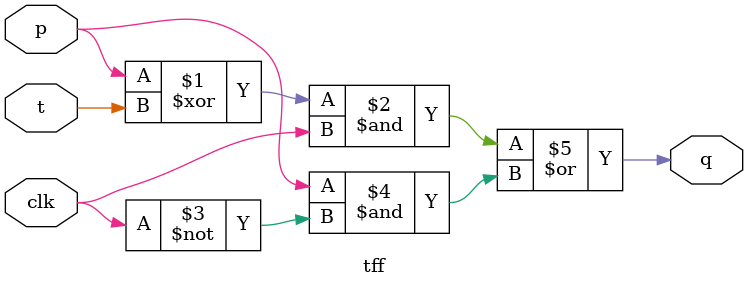
<source format=v>
 


module states(input x, clk,input [1:0] current_state,output [1:0] next_state);
           //x-input 
           //current_state is the input which represents the initial or previous state of states
           //clk-input clock
          
          wire t1,t2;

          assign t1= (current_state[1]^x) | ( current_state[0] & current_state[1]);
          assign t2= ~(current_state[0]^x) | ( ~current_state[0] & current_state[1]);

          tff T1(t1, current_state[1], clk, next_state[1]);
          tff T2(t2, current_state[0], clk, next_state[0]);

endmodule

//T Flip Flop
module tff (input t,p,clk,output q);
             //t-input
             //p-previous state
            //clk-input clock
            //q-output from T Flip Flop

assign q= (p^t) & clk | p & (~clk); 
endmodule  


</source>
